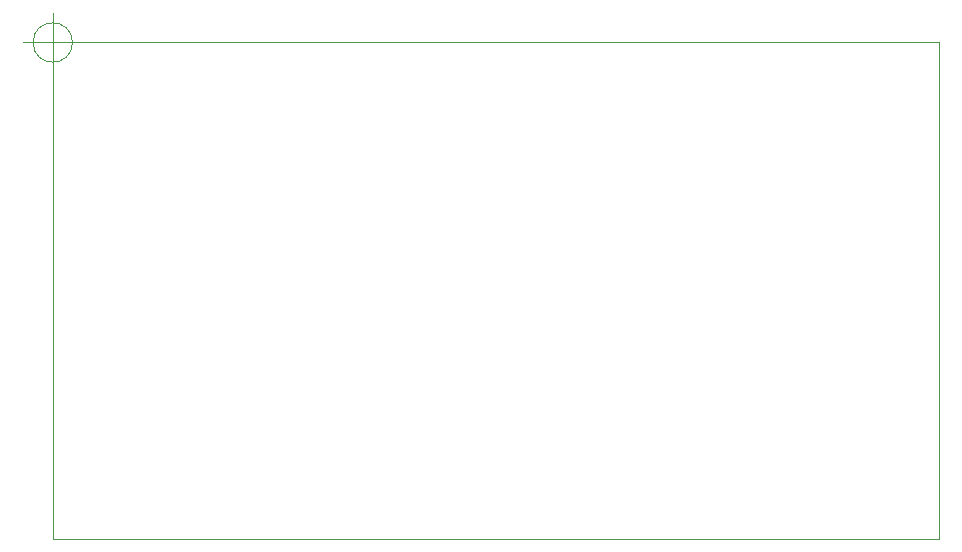
<source format=gm1>
G04 #@! TF.GenerationSoftware,KiCad,Pcbnew,5.1.9*
G04 #@! TF.CreationDate,2021-04-12T04:53:29-03:00*
G04 #@! TF.ProjectId,Caps,43617073-2e6b-4696-9361-645f70636258,rev?*
G04 #@! TF.SameCoordinates,Original*
G04 #@! TF.FileFunction,Profile,NP*
%FSLAX46Y46*%
G04 Gerber Fmt 4.6, Leading zero omitted, Abs format (unit mm)*
G04 Created by KiCad (PCBNEW 5.1.9) date 2021-04-12 04:53:29*
%MOMM*%
%LPD*%
G01*
G04 APERTURE LIST*
G04 #@! TA.AperFunction,Profile*
%ADD10C,0.050000*%
G04 #@! TD*
G04 APERTURE END LIST*
D10*
X112166666Y-80500000D02*
G75*
G03*
X112166666Y-80500000I-1666666J0D01*
G01*
X108000000Y-80500000D02*
X113000000Y-80500000D01*
X110500000Y-78000000D02*
X110500000Y-83000000D01*
X110500000Y-80500000D02*
X185500000Y-80500000D01*
X110500000Y-122500000D02*
X110500000Y-80500000D01*
X185500000Y-122500000D02*
X110500000Y-122500000D01*
X185500000Y-80500000D02*
X185500000Y-122500000D01*
M02*

</source>
